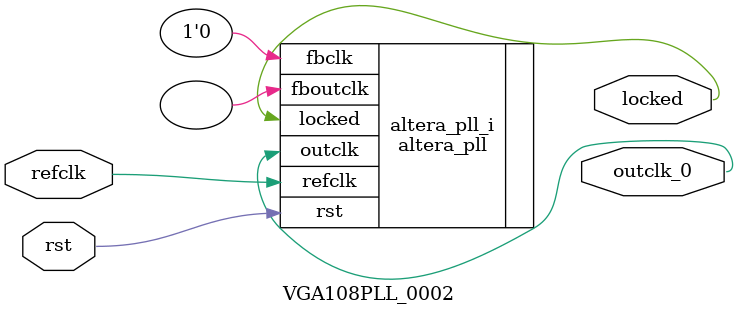
<source format=v>
`timescale 1ns/10ps
module  VGA108PLL_0002(

	// interface 'refclk'
	input wire refclk,

	// interface 'reset'
	input wire rst,

	// interface 'outclk0'
	output wire outclk_0,

	// interface 'locked'
	output wire locked
);

	altera_pll #(
		.fractional_vco_multiplier("false"),
		.reference_clock_frequency("50.0 MHz"),
		.operation_mode("direct"),
		.number_of_clocks(1),
		.output_clock_frequency0("108.000000 MHz"),
		.phase_shift0("0 ps"),
		.duty_cycle0(50),
		.output_clock_frequency1("0 MHz"),
		.phase_shift1("0 ps"),
		.duty_cycle1(50),
		.output_clock_frequency2("0 MHz"),
		.phase_shift2("0 ps"),
		.duty_cycle2(50),
		.output_clock_frequency3("0 MHz"),
		.phase_shift3("0 ps"),
		.duty_cycle3(50),
		.output_clock_frequency4("0 MHz"),
		.phase_shift4("0 ps"),
		.duty_cycle4(50),
		.output_clock_frequency5("0 MHz"),
		.phase_shift5("0 ps"),
		.duty_cycle5(50),
		.output_clock_frequency6("0 MHz"),
		.phase_shift6("0 ps"),
		.duty_cycle6(50),
		.output_clock_frequency7("0 MHz"),
		.phase_shift7("0 ps"),
		.duty_cycle7(50),
		.output_clock_frequency8("0 MHz"),
		.phase_shift8("0 ps"),
		.duty_cycle8(50),
		.output_clock_frequency9("0 MHz"),
		.phase_shift9("0 ps"),
		.duty_cycle9(50),
		.output_clock_frequency10("0 MHz"),
		.phase_shift10("0 ps"),
		.duty_cycle10(50),
		.output_clock_frequency11("0 MHz"),
		.phase_shift11("0 ps"),
		.duty_cycle11(50),
		.output_clock_frequency12("0 MHz"),
		.phase_shift12("0 ps"),
		.duty_cycle12(50),
		.output_clock_frequency13("0 MHz"),
		.phase_shift13("0 ps"),
		.duty_cycle13(50),
		.output_clock_frequency14("0 MHz"),
		.phase_shift14("0 ps"),
		.duty_cycle14(50),
		.output_clock_frequency15("0 MHz"),
		.phase_shift15("0 ps"),
		.duty_cycle15(50),
		.output_clock_frequency16("0 MHz"),
		.phase_shift16("0 ps"),
		.duty_cycle16(50),
		.output_clock_frequency17("0 MHz"),
		.phase_shift17("0 ps"),
		.duty_cycle17(50),
		.pll_type("General"),
		.pll_subtype("General")
	) altera_pll_i (
		.rst	(rst),
		.outclk	({outclk_0}),
		.locked	(locked),
		.fboutclk	( ),
		.fbclk	(1'b0),
		.refclk	(refclk)
	);
endmodule


</source>
